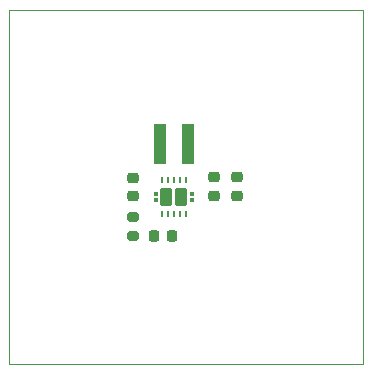
<source format=gbr>
G04 #@! TF.GenerationSoftware,KiCad,Pcbnew,(5.99.0-11522-g728b160719)*
G04 #@! TF.CreationDate,2021-07-25T13:21:19+10:00*
G04 #@! TF.ProjectId,DC_DC,44435f44-432e-46b6-9963-61645f706362,0.2*
G04 #@! TF.SameCoordinates,Original*
G04 #@! TF.FileFunction,Paste,Top*
G04 #@! TF.FilePolarity,Positive*
%FSLAX46Y46*%
G04 Gerber Fmt 4.6, Leading zero omitted, Abs format (unit mm)*
G04 Created by KiCad (PCBNEW (5.99.0-11522-g728b160719)) date 2021-07-25 13:21:19*
%MOMM*%
%LPD*%
G01*
G04 APERTURE LIST*
G04 Aperture macros list*
%AMRoundRect*
0 Rectangle with rounded corners*
0 $1 Rounding radius*
0 $2 $3 $4 $5 $6 $7 $8 $9 X,Y pos of 4 corners*
0 Add a 4 corners polygon primitive as box body*
4,1,4,$2,$3,$4,$5,$6,$7,$8,$9,$2,$3,0*
0 Add four circle primitives for the rounded corners*
1,1,$1+$1,$2,$3*
1,1,$1+$1,$4,$5*
1,1,$1+$1,$6,$7*
1,1,$1+$1,$8,$9*
0 Add four rect primitives between the rounded corners*
20,1,$1+$1,$2,$3,$4,$5,0*
20,1,$1+$1,$4,$5,$6,$7,0*
20,1,$1+$1,$6,$7,$8,$9,0*
20,1,$1+$1,$8,$9,$2,$3,0*%
G04 Aperture macros list end*
G04 #@! TA.AperFunction,Profile*
%ADD10C,0.100000*%
G04 #@! TD*
%ADD11RoundRect,0.225000X-0.250000X0.225000X-0.250000X-0.225000X0.250000X-0.225000X0.250000X0.225000X0*%
%ADD12RoundRect,0.200000X0.275000X-0.200000X0.275000X0.200000X-0.275000X0.200000X-0.275000X-0.200000X0*%
%ADD13RoundRect,0.106000X-0.424000X0.644000X-0.424000X-0.644000X0.424000X-0.644000X0.424000X0.644000X0*%
%ADD14RoundRect,0.025000X-0.145000X0.100000X-0.145000X-0.100000X0.145000X-0.100000X0.145000X0.100000X0*%
%ADD15R,0.240000X0.600000*%
%ADD16R,0.980000X3.400000*%
%ADD17RoundRect,0.225000X-0.225000X-0.250000X0.225000X-0.250000X0.225000X0.250000X-0.225000X0.250000X0*%
G04 APERTURE END LIST*
D10*
X84303000Y-48006000D02*
X114275000Y-48006000D01*
X114275000Y-48006000D02*
X114275000Y-77978000D01*
X114275000Y-77978000D02*
X84303000Y-77978000D01*
X84303000Y-77978000D02*
X84303000Y-48006000D01*
D11*
G04 #@! TO.C,C3*
X101643500Y-62204000D03*
X101643500Y-63754000D03*
G04 #@! TD*
G04 #@! TO.C,C1*
X94785500Y-62230000D03*
X94785500Y-63780000D03*
G04 #@! TD*
D12*
G04 #@! TO.C,R2*
X94785500Y-67183000D03*
X94785500Y-65533000D03*
G04 #@! TD*
D13*
G04 #@! TO.C,U1*
X98844500Y-63881000D03*
D14*
X96684500Y-64131000D03*
X99744500Y-63631000D03*
D13*
X97584500Y-63881000D03*
D14*
X96684500Y-63631000D03*
X99744500Y-64131000D03*
D15*
X99214500Y-62481000D03*
X98714500Y-62481000D03*
X98214500Y-62481000D03*
X97714500Y-62481000D03*
X97214500Y-62481000D03*
X97214500Y-65281000D03*
X97714500Y-65281000D03*
X98214500Y-65281000D03*
X98714500Y-65281000D03*
X99214500Y-65281000D03*
G04 #@! TD*
D11*
G04 #@! TO.C,C4*
X103548500Y-62204000D03*
X103548500Y-63754000D03*
G04 #@! TD*
D16*
G04 #@! TO.C,L1*
X97029500Y-59388000D03*
X99399500Y-59388000D03*
G04 #@! TD*
D17*
G04 #@! TO.C,C2*
X96537500Y-67183000D03*
X98087500Y-67183000D03*
G04 #@! TD*
M02*

</source>
